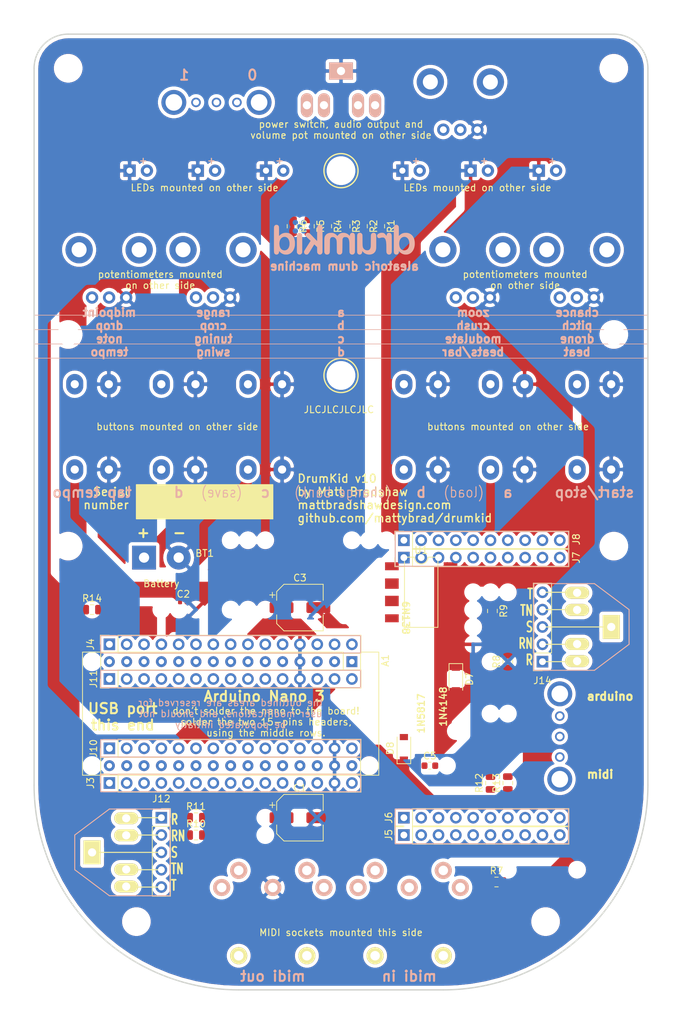
<source format=kicad_pcb>
(kicad_pcb (version 20171130) (host pcbnew "(5.1.5)-3")
  (layers (0 F.Cu signal) (31 B.Cu signal) (34 B.Paste user) (35 F.Paste user) (36 B.SilkS user hide) (37 F.SilkS user) (38 B.Mask user) (39 F.Mask user) (44 Edge.Cuts user))
  (net 0 "")
  (net 1 GND)
  (net 2 "Net-(J9-PadRN)")
  (net 3 "Net-(J9-PadTN)")
  (net 4 /ANALOG_3)
  (net 5 /ANALOG_1)
  (net 6 /ANALOG_2)
  (net 7 "Net-(R9-Pad2)")
  (net 8 /ANALOG_0)
  (net 9 "Net-(BT1-Pad1)")
  (net 10 "Net-(D5-Pad2)")
  (net 11 /DIGITAL_5)
  (net 12 "Net-(D6-Pad2)")
  (net 13 /DIGITAL_6)
  (net 14 /DIGITAL_9)
  (net 15 /DIGITAL_2)
  (net 16 "Net-(D2-Pad2)")
  (net 17 "Net-(D3-Pad2)")
  (net 18 /DIGITAL_3)
  (net 19 /DIGITAL_4)
  (net 20 "Net-(D4-Pad2)")
  (net 21 /DIGITAL_0)
  (net 22 /DIGITAL_10)
  (net 23 /DIGITAL_1)
  (net 24 /DIGITAL_11)
  (net 25 /DIGITAL_12)
  (net 26 /DIGITAL_13)
  (net 27 /DIGITAL_7)
  (net 28 /ANALOG_4)
  (net 29 /DIGITAL_8)
  (net 30 /ANALOG_5)
  (net 31 "Net-(J2-Pad4)")
  (net 32 "Net-(U1-Pad1)")
  (net 33 "Net-(D1-Pad2)")
  (net 34 "Net-(U1-Pad4)")
  (net 35 "Net-(J2-Pad1)")
  (net 36 "Net-(J2-Pad3)")
  (net 37 "Net-(D7-Pad2)")
  (net 38 "Net-(J9-PadR)")
  (net 39 VCC)
  (net 40 "Net-(J2-Pad5)")
  (net 41 "Net-(R8-Pad2)")
  (net 42 "Net-(J1-Pad4)")
  (net 43 "Net-(D7-Pad1)")
  (net 44 "Net-(J1-Pad1)")
  (net 45 "Net-(J1-Pad2)")
  (net 46 "Net-(J1-Pad3)")
  (net 47 "Net-(SW8-Pad3)")
  (net 48 /3V3)
  (net 49 /AREF)
  (net 50 /RESET)
  (net 51 /ANALOG_6)
  (net 52 /ANALOG_7)
  (net 53 +9V)
  (net 54 "Net-(D8-Pad2)")
  (net 55 "Net-(SW7-Pad3)")
  (net 56 "Net-(C5-Pad2)")
  (net 57 "Net-(C5-Pad1)")
  (net 58 "Net-(J9-PadT)")
  (net 59 "Net-(C2-Pad1)")
  (net 60 "Net-(J5-Pad10)")
  (net 61 "Net-(J5-Pad9)")
  (net 62 "Net-(J5-Pad8)")
  (net 63 "Net-(J5-Pad7)")
  (net 64 "Net-(J5-Pad6)")
  (net 65 "Net-(J5-Pad5)")
  (net 66 "Net-(J5-Pad4)")
  (net 67 "Net-(J5-Pad3)")
  (net 68 "Net-(J5-Pad2)")
  (net 69 "Net-(J5-Pad1)")
  (net 70 "Net-(J7-Pad10)")
  (net 71 "Net-(J7-Pad9)")
  (net 72 "Net-(J7-Pad8)")
  (net 73 "Net-(J7-Pad7)")
  (net 74 "Net-(J7-Pad6)")
  (net 75 "Net-(J7-Pad5)")
  (net 76 "Net-(J7-Pad4)")
  (net 77 "Net-(J7-Pad3)")
  (net 78 "Net-(J7-Pad2)")
  (net 79 "Net-(J7-Pad1)")
  (net 80 "Net-(J12-Pad5)")
  (net 81 "Net-(J12-Pad4)")
  (net 82 "Net-(J12-Pad3)")
  (net 83 "Net-(J12-Pad2)")
  (net 84 "Net-(J12-Pad1)")
  (net 85 "Net-(J14-Pad5)")
  (net 86 "Net-(J14-Pad4)")
  (net 87 "Net-(J14-Pad3)")
  (net 88 "Net-(J14-Pad2)")
  (net 89 "Net-(J14-Pad1)")
  (module Package_DIP:PowerIntegrations_SMD-8 (layer F.Cu) (at 111.76 111.76)
    (fp_text reference U1 (at 0 -6.14) (layer F.SilkS))
    (fp_text value 6N138)
    (pad 8 smd rect (at 4.3 -3.81) (size 2 1.17) (layers F.Cu F.Paste F.Mask) (net 39 VCC))
    (pad 7 smd rect (at 4.3 -1.27) (size 2 1.52) (layers F.Cu F.Paste F.Mask) (net 41 "Net-(R8-Pad2)"))
    (pad 5 smd rect (at 4.3 3.81) (size 2 1.17) (layers F.Cu F.Paste F.Mask) (net 1 GND))
    (pad 4 smd rect (at -4.3 3.81) (size 2 1.17) (layers F.Cu F.Paste F.Mask) (net 34 "Net-(U1-Pad4)"))
    (pad 3 smd rect (at -4.3 1.27) (size 2 1.52) (layers F.Cu F.Paste F.Mask) (net 37 "Net-(D7-Pad2)"))
    (pad 2 smd rect (at -4.3 -1.27) (size 2 1.52) (layers F.Cu F.Paste F.Mask) (net 43 "Net-(D7-Pad1)"))
    (pad 1 smd rect (at -4.3 -3.81) (size 2 1.17) (layers F.Cu F.Paste F.Mask) (net 32 "Net-(U1-Pad1)"))
    (pad 6 smd rect (at 4.3 1.27) (size 2 1.52) (layers F.Cu F.Paste F.Mask) (net 7 "Net-(R9-Pad2)"))
  )
  (module Resistor_SMD:R_0805_2012Metric (layer F.Cu) (at 63.5 114.3)
    (fp_text reference R14 (at 0 -1.65) (layer F.SilkS))
    (fp_text value 270)
    (pad 2 smd roundrect (at 0.9375 0) (size 0.975 1.4) (layers F.Cu F.Paste F.Mask) (net 14 /DIGITAL_9))
    (pad 1 smd roundrect (at -0.9375 0) (size 0.975 1.4) (layers F.Cu F.Paste F.Mask) (net 59 "Net-(C2-Pad1)"))
  )
  (module Resistor_SMD:R_0805_2012Metric (layer F.Cu) (at 124.46 139.7 90)
    (fp_text reference R13 (at 0 -1.65 90) (layer F.SilkS))
    (fp_text value 220)
    (pad 2 smd roundrect (at 0.9375 0 90) (size 0.975 1.4) (layers F.Cu F.Paste F.Mask) (net 56 "Net-(C5-Pad2)"))
    (pad 1 smd roundrect (at -0.9375 0 90) (size 0.975 1.4) (layers F.Cu F.Paste F.Mask) (net 38 "Net-(J9-PadR)"))
  )
  (module Resistor_SMD:R_0805_2012Metric (layer F.Cu) (at 121.92 139.7 90)
    (fp_text reference R12 (at 0 -1.65 90) (layer F.SilkS))
    (fp_text value 220)
    (pad 2 smd roundrect (at 0.9375 0 90) (size 0.975 1.4) (layers F.Cu F.Paste F.Mask) (net 56 "Net-(C5-Pad2)"))
    (pad 1 smd roundrect (at -0.9375 0 90) (size 0.975 1.4) (layers F.Cu F.Paste F.Mask) (net 58 "Net-(J9-PadT)"))
  )
  (module Resistor_SMD:R_0805_2012Metric (layer F.Cu) (at 78.74 144.78)
    (fp_text reference R11 (at 0 -1.65) (layer F.SilkS))
    (fp_text value 220)
    (pad 2 smd roundrect (at 0.9375 0) (size 0.975 1.4) (layers F.Cu F.Paste F.Mask) (net 39 VCC))
    (pad 1 smd roundrect (at -0.9375 0) (size 0.975 1.4) (layers F.Cu F.Paste F.Mask) (net 31 "Net-(J2-Pad4)"))
  )
  (module Resistor_SMD:R_0805_2012Metric (layer F.Cu) (at 78.74 147.32)
    (fp_text reference R10 (at 0 -1.65) (layer F.SilkS))
    (fp_text value 220)
    (pad 2 smd roundrect (at 0.9375 0) (size 0.975 1.4) (layers F.Cu F.Paste F.Mask) (net 23 /DIGITAL_1))
    (pad 1 smd roundrect (at -0.9375 0) (size 0.975 1.4) (layers F.Cu F.Paste F.Mask) (net 40 "Net-(J2-Pad5)"))
  )
  (module Resistor_SMD:R_0805_2012Metric (layer F.Cu) (at 122.2 114.5 270)
    (fp_text reference R9 (at 0 -1.65 90) (layer F.SilkS))
    (fp_text value 470)
    (pad 2 smd roundrect (at 0.9375 0 270) (size 0.975 1.4) (layers F.Cu F.Paste F.Mask) (net 7 "Net-(R9-Pad2)"))
    (pad 1 smd roundrect (at -0.9375 0 270) (size 0.975 1.4) (layers F.Cu F.Paste F.Mask) (net 39 VCC))
  )
  (module Resistor_SMD:R_0805_2012Metric (layer F.Cu) (at 124.46 121.92 90)
    (fp_text reference R8 (at 0 -1.65 90) (layer F.SilkS))
    (fp_text value 10k)
    (pad 2 smd roundrect (at 0.9375 0 90) (size 0.975 1.4) (layers F.Cu F.Paste F.Mask) (net 41 "Net-(R8-Pad2)"))
    (pad 1 smd roundrect (at -0.9375 0 90) (size 0.975 1.4) (layers F.Cu F.Paste F.Mask) (net 1 GND))
  )
  (module Resistor_SMD:R_0805_2012Metric (layer F.Cu) (at 122.8 154.2)
    (fp_text reference R7 (at 0 -1.65) (layer F.SilkS))
    (fp_text value 220)
    (pad 2 smd roundrect (at 0.9375 0) (size 0.975 1.4) (layers F.Cu F.Paste F.Mask) (net 42 "Net-(J1-Pad4)"))
    (pad 1 smd roundrect (at -0.9375 0) (size 0.975 1.4) (layers F.Cu F.Paste F.Mask) (net 43 "Net-(D7-Pad1)"))
  )
  (module Resistor_SMD:R_0805_2012Metric (layer F.Cu) (at 92.82 58.14 270)
    (fp_text reference R6 (at 0 -1.65 90) (layer F.SilkS))
    (fp_text value 680*)
    (pad 2 smd roundrect (at 0.9375 0 270) (size 0.975 1.4) (layers F.Cu F.Paste F.Mask) (net 26 /DIGITAL_13))
    (pad 1 smd roundrect (at -0.9375 0 270) (size 0.975 1.4) (layers F.Cu F.Paste F.Mask) (net 12 "Net-(D6-Pad2)"))
  )
  (module Resistor_SMD:R_0805_2012Metric (layer F.Cu) (at 95.36 58.14 270)
    (fp_text reference R5 (at 0 -1.65 90) (layer F.SilkS))
    (fp_text value 680*)
    (pad 2 smd roundrect (at 0.9375 0 270) (size 0.975 1.4) (layers F.Cu F.Paste F.Mask) (net 25 /DIGITAL_12))
    (pad 1 smd roundrect (at -0.9375 0 270) (size 0.975 1.4) (layers F.Cu F.Paste F.Mask) (net 10 "Net-(D5-Pad2)"))
  )
  (module Resistor_SMD:R_0805_2012Metric (layer F.Cu) (at 97.9 58.14 270)
    (fp_text reference R4 (at 0 -1.65 90) (layer F.SilkS))
    (fp_text value 680*)
    (pad 2 smd roundrect (at 0.9375 0 270) (size 0.975 1.4) (layers F.Cu F.Paste F.Mask) (net 24 /DIGITAL_11))
    (pad 1 smd roundrect (at -0.9375 0 270) (size 0.975 1.4) (layers F.Cu F.Paste F.Mask) (net 20 "Net-(D4-Pad2)"))
  )
  (module Resistor_SMD:R_0805_2012Metric (layer F.Cu) (at 100.6 58.14 270)
    (fp_text reference R3 (at 0 -1.65 90) (layer F.SilkS))
    (fp_text value 680*)
    (pad 2 smd roundrect (at 0.9375 0 270) (size 0.975 1.4) (layers F.Cu F.Paste F.Mask) (net 18 /DIGITAL_3))
    (pad 1 smd roundrect (at -0.9375 0 270) (size 0.975 1.4) (layers F.Cu F.Paste F.Mask) (net 17 "Net-(D3-Pad2)"))
  )
  (module Resistor_SMD:R_0805_2012Metric (layer F.Cu) (at 103.14 58.14 270)
    (fp_text reference R2 (at 0 -1.65 90) (layer F.SilkS))
    (fp_text value 680*)
    (pad 2 smd roundrect (at 0.9375 0 270) (size 0.975 1.4) (layers F.Cu F.Paste F.Mask) (net 15 /DIGITAL_2))
    (pad 1 smd roundrect (at -0.9375 0 270) (size 0.975 1.4) (layers F.Cu F.Paste F.Mask) (net 16 "Net-(D2-Pad2)"))
  )
  (module Resistor_SMD:R_0805_2012Metric (layer F.Cu) (at 105.68 58.14 270)
    (fp_text reference R1 (at 0 -1.65 90) (layer F.SilkS))
    (fp_text value 680*)
    (pad 2 smd roundrect (at 0.9375 0 270) (size 0.975 1.4) (layers F.Cu F.Paste F.Mask) (net 39 VCC))
    (pad 1 smd roundrect (at -0.9375 0 270) (size 0.975 1.4) (layers F.Cu F.Paste F.Mask) (net 33 "Net-(D1-Pad2)"))
  )
  (module Diode_SMD:D_SOD-123 (layer F.Cu) (at 109.22 134.62 90)
    (fp_text reference D8 (at 0 -2 90) (layer F.SilkS))
    (fp_text value 1N5817)
    (pad 2 smd rect (at 1.65 0 90) (size 0.9 1.2) (layers F.Cu F.Paste F.Mask) (net 54 "Net-(D8-Pad2)"))
    (pad 1 smd rect (at -1.65 0 90) (size 0.9 1.2) (layers F.Cu F.Paste F.Mask) (net 39 VCC))
  )
  (module Diode_SMD:D_SOD-123 (layer F.Cu) (at 116.84 124.46 270)
    (fp_text reference D7 (at 0 -2 90) (layer F.SilkS))
    (fp_text value 1N4148)
    (pad 2 smd rect (at 1.65 0 270) (size 0.9 1.2) (layers F.Cu F.Paste F.Mask) (net 37 "Net-(D7-Pad2)"))
    (pad 1 smd rect (at -1.65 0 270) (size 0.9 1.2) (layers F.Cu F.Paste F.Mask) (net 43 "Net-(D7-Pad1)"))
  )
  (module Capacitor_SMD:C_0603_1608Metric (layer F.Cu) (at 113.03 137.16)
    (fp_text reference C5 (at 0 -1.43) (layer F.SilkS))
    (fp_text value 22uF)
    (pad 2 smd roundrect (at 0.7875 0) (size 0.875 0.95) (layers F.Cu F.Paste F.Mask) (net 56 "Net-(C5-Pad2)"))
    (pad 1 smd roundrect (at -0.7875 0) (size 0.875 0.95) (layers F.Cu F.Paste F.Mask) (net 57 "Net-(C5-Pad1)"))
  )
  (module Capacitor_SMD:CP_Elec_6.3x7.7 (layer F.Cu) (at 93.98 114)
    (fp_text reference C3 (at 0 -4.35) (layer F.SilkS))
    (fp_text value 470uF)
    (pad 2 smd roundrect (at 2.7 0) (size 3.5 1.6) (layers F.Cu F.Paste F.Mask) (roundrect_rratio 0.15625) (net 1 GND))
    (pad 1 smd roundrect (at -2.7 0) (size 3.5 1.6) (layers F.Cu F.Paste F.Mask) (roundrect_rratio 0.15625) (net 39 VCC))
  )
  (module Capacitor_SMD:C_0402_1005Metric (layer F.Cu) (at 76.885 113.2)
    (fp_text reference C2 (at 0 -1.17) (layer F.SilkS))
    (fp_text value 100nF)
    (pad 2 smd roundrect (at 0.485 0) (size 0.59 0.64) (layers F.Cu F.Paste F.Mask) (net 1 GND))
    (pad 1 smd roundrect (at -0.485 0) (size 0.59 0.64) (layers F.Cu F.Paste F.Mask) (net 59 "Net-(C2-Pad1)"))
  )
  (module Capacitor_SMD:CP_Elec_6.3x7.7 (layer F.Cu) (at 93.98 144.78)
    (fp_text reference C1 (at 0 -4.35) (layer F.SilkS))
    (fp_text value 470uF)
    (pad 2 smd roundrect (at 2.7 0) (size 3.5 1.6) (layers F.Cu F.Paste F.Mask) (roundrect_rratio 0.15625) (net 1 GND))
    (pad 1 smd roundrect (at -2.7 0) (size 3.5 1.6) (layers F.Cu F.Paste F.Mask) (roundrect_rratio 0.15625) (net 39 VCC))
  )
  (module drumkidcustom:drumkid_logo (layer B.Cu) (at 100.5 59.75 180)
    (fp_text reference U2 hide)
    (fp_text value drumkid_logo hide)
    (fp_poly (pts (xy 6.064518 1.285522) (xy 6.147938 1.253561) (xy 6.22451 1.202703) (xy 6.249578 1.179961) (xy 6.297665 1.118814) (xy 6.328415 1.046196) (xy 6.342439 0.960463) (xy 6.343507 0.927653) (xy 6.342058 0.877635) (xy 6.337908 0.830169) (xy 6.331886 0.79411) (xy 6.330503 0.788956) (xy 6.297309 0.71442) (xy 6.246988 0.650372) (xy 6.182627 0.598396) (xy 6.107312 0.560082) (xy 6.024132 0.537015) (xy 5.936172 0.530782) (xy 5.850238 0.542077) (xy 5.774971 0.569302) (xy 5.705435 0.612279) (xy 5.646091 0.667154) (xy 5.6014 0.730072) (xy 5.582275 0.7736) (xy 5.56706 0.843584) (xy 5.562922 0.921986) (xy 5.569886 0.998663) (xy 5.581585 1.046498) (xy 5.608691 1.102666) (xy 5.651621 1.160029) (xy 5.655853 1.164726) (xy 5.725876 1.226027) (xy 5.80493 1.268838) (xy 5.889838 1.293079) (xy 5.977426 1.298667) (xy 6.064518 1.285522)) (layer B.Cu) (width 0.01))
    (fp_poly (pts (xy 7.200348 1.295919) (xy 7.298538 1.285859) (xy 7.38484 1.257859) (xy 7.458448 1.212297) (xy 7.518551 1.149553) (xy 7.521526 1.145503) (xy 7.559479 1.075724) (xy 7.581318 0.996834) (xy 7.587462 0.913389) (xy 7.578329 0.829942) (xy 7.554335 0.751048) (xy 7.5159 0.681261) (xy 7.474671 0.63472) (xy 7.401777 0.583239) (xy 7.318369 0.548968) (xy 7.228732 0.532724) (xy 7.137152 0.535322) (xy 7.055452 0.554853) (xy 6.969425 0.594811) (xy 6.901096 0.647933) (xy 6.850701 0.713855) (xy 6.818476 0.792218) (xy 6.804657 0.88266) (xy 6.805051 0.938545) (xy 6.820119 1.029292) (xy 6.854122 1.108683) (xy 6.906995 1.176627) (xy 6.978674 1.233031) (xy 7.032479 1.262143) (xy 7.073123 1.279886) (xy 7.106903 1.29022) (xy 7.142923 1.294978) (xy 7.190286 1.29599) (xy 7.200348 1.295919)) (layer B.Cu) (width 0.01))
    (fp_poly (pts (xy 6.670269 1.908796) (xy 6.699273 1.900982) (xy 6.78739 1.863868) (xy 6.858459 1.812843) (xy 6.912076 1.748515) (xy 6.947839 1.671496) (xy 6.965342 1.582392) (xy 6.965685 1.499304) (xy 6.949101 1.411357) (xy 6.913786 1.331958) (xy 6.861796 1.26387) (xy 6.795188 1.209855) (xy 6.724799 1.175685) (xy 6.669011 1.161862) (xy 6.602407 1.154313) (xy 6.535541 1.153728) (xy 6.483073 1.159889) (xy 6.398354 1.187818) (xy 6.323714 1.23262) (xy 6.262282 1.291725) (xy 6.217185 1.362564) (xy 6.206878 1.386854) (xy 6.18975 1.454923) (xy 6.184334 1.531271) (xy 6.190309 1.607998) (xy 6.207349 1.677205) (xy 6.219989 1.706661) (xy 6.269398 1.779604) (xy 6.333621 1.838694) (xy 6.409237 1.882543) (xy 6.49283 1.909768) (xy 6.58098 1.918981) (xy 6.670269 1.908796)) (layer B.Cu) (width 0.01))
    (fp_poly (pts (xy 6.011188 2.533848) (xy 6.0494 2.531092) (xy 6.079643 2.524915) (xy 6.108969 2.514018) (xy 6.134511 2.502015) (xy 6.212931 2.454232) (xy 6.272181 2.396617) (xy 6.313154 2.327706) (xy 6.336744 2.246034) (xy 6.34386 2.159) (xy 6.33934 2.077423) (xy 6.32344 2.010215) (xy 6.293985 1.951668) (xy 6.248803 1.896074) (xy 6.240477 1.887579) (xy 6.168491 1.830698) (xy 6.086207 1.792618) (xy 5.995997 1.774052) (xy 5.900232 1.775709) (xy 5.877997 1.77897) (xy 5.80012 1.800799) (xy 5.72757 1.837198) (xy 5.665078 1.884905) (xy 5.617374 1.940657) (xy 5.600716 1.970171) (xy 5.573734 2.049627) (xy 5.562406 2.135612) (xy 5.566734 2.221711) (xy 5.586717 2.301507) (xy 5.600673 2.333369) (xy 5.634777 2.383302) (xy 5.684057 2.4334) (xy 5.742383 2.478017) (xy 5.784238 2.502423) (xy 5.816058 2.517472) (xy 5.843981 2.526928) (xy 5.874903 2.532062) (xy 5.91572 2.534149) (xy 5.957957 2.534479) (xy 6.011188 2.533848)) (layer B.Cu) (width 0.01))
    (fp_poly (pts (xy 7.253381 2.533657) (xy 7.292166 2.530234) (xy 7.32451 2.522774) (xy 7.358222 2.50984) (xy 7.374741 2.502395) (xy 7.445651 2.45954) (xy 7.505572 2.403243) (xy 7.55036 2.33798) (xy 7.569735 2.291796) (xy 7.583067 2.226555) (xy 7.586616 2.152983) (xy 7.580791 2.079178) (xy 7.566004 2.013237) (xy 7.554075 1.982998) (xy 7.507131 1.910713) (xy 7.44373 1.851572) (xy 7.366372 1.807387) (xy 7.277557 1.779969) (xy 7.272419 1.778988) (xy 7.232602 1.772041) (xy 7.203667 1.769075) (xy 7.176182 1.770064) (xy 7.140715 1.774979) (xy 7.119184 1.778541) (xy 7.035434 1.802626) (xy 6.958924 1.844013) (xy 6.893847 1.89968) (xy 6.844395 1.966605) (xy 6.835915 1.982771) (xy 6.822997 2.012691) (xy 6.814926 2.042427) (xy 6.810604 2.078673) (xy 6.808929 2.128124) (xy 6.808773 2.147957) (xy 6.809194 2.20137) (xy 6.811799 2.239623) (xy 6.817791 2.269622) (xy 6.828375 2.298273) (xy 6.8389 2.320694) (xy 6.884642 2.390565) (xy 6.947317 2.451826) (xy 7.022149 2.499934) (xy 7.032762 2.505099) (xy 7.066778 2.519577) (xy 7.098155 2.528412) (xy 7.1344 2.532921) (xy 7.183025 2.534419) (xy 7.200348 2.534479) (xy 7.253381 2.533657)) (layer B.Cu) (width 0.01))
  )
  (module Connector_PinHeader_2.54mm:PinHeader_1x15_P2.54mm_Vertical (layer F.Cu) (at 66.04 124.46 90)
    (fp_text reference J11 (at 0 -2.33 90) (layer F.SilkS))
    (fp_text value Conn_01x15)
    (pad 15 thru_hole oval (at 0 35.56 90) (size 1.7 1.7) (drill 1) (layers *.Cu *.Mask) (net 23 /DIGITAL_1))
    (pad 14 thru_hole oval (at 0 33.02 90) (size 1.7 1.7) (drill 1) (layers *.Cu *.Mask) (net 21 /DIGITAL_0))
    (pad 13 thru_hole oval (at 0 30.48 90) (size 1.7 1.7) (drill 1) (layers *.Cu *.Mask) (net 50 /RESET))
    (pad 12 thru_hole oval (at 0 27.94 90) (size 1.7 1.7) (drill 1) (layers *.Cu *.Mask) (net 1 GND))
    (pad 11 thru_hole oval (at 0 25.4 90) (size 1.7 1.7) (drill 1) (layers *.Cu *.Mask) (net 15 /DIGITAL_2))
    (pad 10 thru_hole oval (at 0 22.86 90) (size 1.7 1.7) (drill 1) (layers *.Cu *.Mask) (net 18 /DIGITAL_3))
    (pad 9 thru_hole oval (at 0 20.32 90) (size 1.7 1.7) (drill 1) (layers *.Cu *.Mask) (net 19 /DIGITAL_4))
    (pad 8 thru_hole oval (at 0 17.78 90) (size 1.7 1.7) (drill 1) (layers *.Cu *.Mask) (net 11 /DIGITAL_5))
    (pad 7 thru_hole oval (at 0 15.24 90) (size 1.7 1.7) (drill 1) (layers *.Cu *.Mask) (net 13 /DIGITAL_6))
    (pad 6 thru_hole oval (at 0 12.7 90) (size 1.7 1.7) (drill 1) (layers *.Cu *.Mask) (net 27 /DIGITAL_7))
    (pad 5 thru_hole oval (at 0 10.16 90) (size 1.7 1.7) (drill 1) (layers *.Cu *.Mask) (net 29 /DIGITAL_8))
    (pad 4 thru_hole oval (at 0 7.62 90) (size 1.7 1.7) (drill 1) (layers *.Cu *.Mask) (net 14 /DIGITAL_9))
    (pad 3 thru_hole oval (at 0 5.08 90) (size 1.7 1.7) (drill 1) (layers *.Cu *.Mask) (net 22 /DIGITAL_10))
    (pad 2 thru_hole oval (at 0 2.54 90) (size 1.7 1.7) (drill 1) (layers *.Cu *.Mask) (net 24 /DIGITAL_11))
    (pad 1 thru_hole rect (at 0 0 90) (size 1.7 1.7) (drill 1) (layers *.Cu *.Mask) (net 25 /DIGITAL_12))
  )
  (module Connector_PinHeader_2.54mm:PinHeader_1x15_P2.54mm_Vertical (layer F.Cu) (at 66.04 134.62 90)
    (fp_text reference J10 (at 0 -2.33 90) (layer F.SilkS))
    (fp_text value Conn_01x15)
    (pad 15 thru_hole oval (at 0 35.56 90) (size 1.7 1.7) (drill 1) (layers *.Cu *.Mask) (net 53 +9V))
    (pad 14 thru_hole oval (at 0 33.02 90) (size 1.7 1.7) (drill 1) (layers *.Cu *.Mask) (net 1 GND))
    (pad 13 thru_hole oval (at 0 30.48 90) (size 1.7 1.7) (drill 1) (layers *.Cu *.Mask) (net 50 /RESET))
    (pad 12 thru_hole oval (at 0 27.94 90) (size 1.7 1.7) (drill 1) (layers *.Cu *.Mask) (net 39 VCC))
    (pad 11 thru_hole oval (at 0 25.4 90) (size 1.7 1.7) (drill 1) (layers *.Cu *.Mask) (net 52 /ANALOG_7))
    (pad 10 thru_hole oval (at 0 22.86 90) (size 1.7 1.7) (drill 1) (layers *.Cu *.Mask) (net 51 /ANALOG_6))
    (pad 9 thru_hole oval (at 0 20.32 90) (size 1.7 1.7) (drill 1) (layers *.Cu *.Mask) (net 30 /ANALOG_5))
    (pad 8 thru_hole oval (at 0 17.78 90) (size 1.7 1.7) (drill 1) (layers *.Cu *.Mask) (net 28 /ANALOG_4))
    (pad 7 thru_hole oval (at 0 15.24 90) (size 1.7 1.7) (drill 1) (layers *.Cu *.Mask) (net 4 /ANALOG_3))
    (pad 6 thru_hole oval (at 0 12.7 90) (size 1.7 1.7) (drill 1) (layers *.Cu *.Mask) (net 6 /ANALOG_2))
    (pad 5 thru_hole oval (at 0 10.16 90) (size 1.7 1.7) (drill 1) (layers *.Cu *.Mask) (net 5 /ANALOG_1))
    (pad 4 thru_hole oval (at 0 7.62 90) (size 1.7 1.7) (drill 1) (layers *.Cu *.Mask) (net 8 /ANALOG_0))
    (pad 3 thru_hole oval (at 0 5.08 90) (size 1.7 1.7) (drill 1) (layers *.Cu *.Mask) (net 49 /AREF))
    (pad 2 thru_hole oval (at 0 2.54 90) (size 1.7 1.7) (drill 1) (layers *.Cu *.Mask) (net 48 /3V3))
    (pad 1 thru_hole rect (at 0 0 90) (size 1.7 1.7) (drill 1) (layers *.Cu *.Mask) (net 26 /DIGITAL_13))
  )
  (module Connector_PinHeader_2.54mm:PinHeader_1x10_P2.54mm_Vertical (layer F.Cu) (at 109.22 106.68 90)
    (fp_text reference J7 (at 0 25.28 90) (layer F.SilkS))
    (fp_text value Conn_01x10)
    (pad 10 thru_hole oval (at 0 22.86 90) (size 1.7 1.7) (drill 1) (layers *.Cu *.Mask) (net 70 "Net-(J7-Pad10)"))
    (pad 9 thru_hole oval (at 0 20.32 90) (size 1.7 1.7) (drill 1) (layers *.Cu *.Mask) (net 71 "Net-(J7-Pad9)"))
    (pad 8 thru_hole oval (at 0 17.78 90) (size 1.7 1.7) (drill 1) (layers *.Cu *.Mask) (net 72 "Net-(J7-Pad8)"))
    (pad 7 thru_hole oval (at 0 15.24 90) (size 1.7 1.7) (drill 1) (layers *.Cu *.Mask) (net 73 "Net-(J7-Pad7)"))
    (pad 6 thru_hole oval (at 0 12.7 90) (size 1.7 1.7) (drill 1) (layers *.Cu *.Mask) (net 74 "Net-(J7-Pad6)"))
    (pad 5 thru_hole oval (at 0 10.16 90) (size 1.7 1.7) (drill 1) (layers *.Cu *.Mask) (net 75 "Net-(J7-Pad5)"))
    (pad 4 thru_hole oval (at 0 7.62 90) (size 1.7 1.7) (drill 1) (layers *.Cu *.Mask) (net 76 "Net-(J7-Pad4)"))
    (pad 3 thru_hole oval (at 0 5.08 90) (size 1.7 1.7) (drill 1) (layers *.Cu *.Mask) (net 77 "Net-(J7-Pad3)"))
    (pad 2 thru_hole oval (at 0 2.54 90) (size 1.7 1.7) (drill 1) (layers *.Cu *.Mask) (net 78 "Net-(J7-Pad2)"))
    (pad 1 thru_hole rect (at 0 0 90) (size 1.7 1.7) (drill 1) (layers *.Cu *.Mask) (net 79 "Net-(J7-Pad1)"))
  )
  (module Connector_PinHeader_2.54mm:PinHeader_1x10_P2.54mm_Vertical (layer F.Cu) (at 109.22 144.78 90)
    (fp_text reference J6 (at 0 -2.22 90) (layer F.SilkS))
    (fp_text value Conn_01x10)
    (pad 10 thru_hole oval (at 0 22.86 90) (size 1.7 1.7) (drill 1) (layers *.Cu *.Mask) (net 60 "Net-(J5-Pad10)"))
    (pad 9 thru_hole oval (at 0 20.32 90) (size 1.7 1.7) (drill 1) (layers *.Cu *.Mask) (net 61 "Net-(J5-Pad9)"))
    (pad 8 thru_hole oval (at 0 17.78 90) (size 1.7 1.7) (drill 1) (layers *.Cu *.Mask) (net 62 "Net-(J5-Pad8)"))
    (pad 7 thru_hole oval (at 0 15.24 90) (size 1.7 1.7) (drill 1) (layers *.Cu *.Mask) (net 63 "Net-(J5-Pad7)"))
    (pad 6 thru_hole oval (at 0 12.7 90) (size 1.7 1.7) (drill 1) (layers *.Cu *.Mask) (net 64 "Net-(J5-Pad6)"))
    (pad 5 thru_hole oval (at 0 10.16 90) (size 1.7 1.7) (drill 1) (layers *.Cu *.Mask) (net 65 "Net-(J5-Pad5)"))
    (pad 4 thru_hole oval (at 0 7.62 90) (size 1.7 1.7) (drill 1) (layers *.Cu *.Mask) (net 66 "Net-(J5-Pad4)"))
    (pad 3 thru_hole oval (at 0 5.08 90) (size 1.7 1.7) (drill 1) (layers *.Cu *.Mask) (net 67 "Net-(J5-Pad3)"))
    (pad 2 thru_hole oval (at 0 2.54 90) (size 1.7 1.7) (drill 1) (layers *.Cu *.Mask) (net 68 "Net-(J5-Pad2)"))
    (pad 1 thru_hole rect (at 0 0 90) (size 1.7 1.7) (drill 1) (layers *.Cu *.Mask) (net 69 "Net-(J5-Pad1)"))
  )
  (module drumkidcustom:Tayda_3.5mm_stereo_TRS_jack_A-853 (layer F.Cu) (at 65.096 149.86 90)
    (fp_text reference J13)
    (fp_text value AudioJack3_Ground_Switch)
    (pad R thru_hole oval (at 5 3.41 90) (size 1.75 3.5) (drill 1.2) (layers *.Cu *.Mask F.SilkS) (net 84 "Net-(J12-Pad1)"))
    (pad T thru_hole oval (at -5 3.41 90) (size 1.75 3.5) (drill 1.2) (layers *.Cu *.Mask F.SilkS) (net 80 "Net-(J12-Pad5)"))
    (pad RN thru_hole oval (at 2.5 3.41 90) (size 1.75 3.5) (drill 1.2) (layers *.Cu *.Mask F.SilkS) (net 83 "Net-(J12-Pad2)"))
    (pad TN thru_hole oval (at -2.5 3.41 90) (size 1.75 3.5) (drill 1.2) (layers *.Cu *.Mask F.SilkS) (net 81 "Net-(J12-Pad4)"))
    (pad S thru_hole rect (at 0 -1.596 90) (size 3.5 2.5) (drill 1.2) (layers *.Cu *.Mask F.SilkS) (net 82 "Net-(J12-Pad3)"))
  )
  (module Connector_PinSocket_2.54mm:PinSocket_1x05_P2.54mm_Vertical (layer F.Cu) (at 73.66 144.78)
    (fp_text reference J12 (at 0 -2.77) (layer F.SilkS))
    (fp_text value Conn_01x05)
    (pad 5 thru_hole oval (at 0 10.16) (size 1.7 1.7) (drill 1) (layers *.Cu *.Mask) (net 80 "Net-(J12-Pad5)"))
    (pad 4 thru_hole oval (at 0 7.62) (size 1.7 1.7) (drill 1) (layers *.Cu *.Mask) (net 81 "Net-(J12-Pad4)"))
    (pad 3 thru_hole oval (at 0 5.08) (size 1.7 1.7) (drill 1) (layers *.Cu *.Mask) (net 82 "Net-(J12-Pad3)"))
    (pad 2 thru_hole oval (at 0 2.54) (size 1.7 1.7) (drill 1) (layers *.Cu *.Mask) (net 83 "Net-(J12-Pad2)"))
    (pad 1 thru_hole rect (at 0 0) (size 1.7 1.7) (drill 1) (layers *.Cu *.Mask) (net 84 "Net-(J12-Pad1)"))
  )
  (module drumkidcustom:Tayda_3.5mm_stereo_TRS_jack_A-853 (layer F.Cu) (at 138.03 116.84 270)
    (fp_text reference J15)
    (fp_text value AudioJack3_Ground_Switch)
    (pad R thru_hole oval (at 5 3.41 270) (size 1.75 3.5) (drill 1.2) (layers *.Cu *.Mask F.SilkS) (net 89 "Net-(J14-Pad1)"))
    (pad T thru_hole oval (at -5 3.41 270) (size 1.75 3.5) (drill 1.2) (layers *.Cu *.Mask F.SilkS) (net 85 "Net-(J14-Pad5)"))
    (pad RN thru_hole oval (at 2.5 3.41 270) (size 1.75 3.5) (drill 1.2) (layers *.Cu *.Mask F.SilkS) (net 88 "Net-(J14-Pad2)"))
    (pad TN thru_hole oval (at -2.5 3.41 270) (size 1.75 3.5) (drill 1.2) (layers *.Cu *.Mask F.SilkS) (net 86 "Net-(J14-Pad4)"))
    (pad S thru_hole rect (at 0 -1.596 270) (size 3.5 2.5) (drill 1.2) (layers *.Cu *.Mask F.SilkS) (net 87 "Net-(J14-Pad3)"))
  )
  (module Connector_PinSocket_2.54mm:PinSocket_1x05_P2.54mm_Vertical (layer F.Cu) (at 129.54 121.92 180)
    (fp_text reference J14 (at 0 -2.77) (layer F.SilkS))
    (fp_text value Conn_01x05)
    (pad 5 thru_hole oval (at 0 10.16 180) (size 1.7 1.7) (drill 1) (layers *.Cu *.Mask) (net 85 "Net-(J14-Pad5)"))
    (pad 4 thru_hole oval (at 0 7.62 180) (size 1.7 1.7) (drill 1) (layers *.Cu *.Mask) (net 86 "Net-(J14-Pad4)"))
    (pad 3 thru_hole oval (at 0 5.08 180) (size 1.7 1.7) (drill 1) (layers *.Cu *.Mask) (net 87 "Net-(J14-Pad3)"))
    (pad 2 thru_hole oval (at 0 2.54 180) (size 1.7 1.7) (drill 1) (layers *.Cu *.Mask) (net 88 "Net-(J14-Pad2)"))
    (pad 1 thru_hole rect (at 0 0 180) (size 1.7 1.7) (drill 1) (layers *.Cu *.Mask) (net 89 "Net-(J14-Pad1)"))
  )
  (module drumkidcustom:EG1206 (layer F.Cu) (at 132.08 135.89 90)
    (fp_text reference SW8)
    (fp_text value SW_SPDT hide)
    (pad MH2 thru_hole circle (at 9.25 0 90) (size 3.653 3.653) (drill 2.4352) (layers *.Cu *.Mask))
    (pad MH1 thru_hole circle (at -3.25 0 90) (size 3.653 3.653) (drill 2.4352) (layers *.Cu *.Mask))
    (pad 3 thru_hole circle (at 6 0 90) (size 1.4 1.4) (drill 0.9) (layers *.Cu *.Mask) (net 47 "Net-(SW8-Pad3)"))
    (pad 2 thru_hole circle (at 3 0 90) (size 1.4 1.4) (drill 0.9) (layers *.Cu *.Mask) (net 7 "Net-(R9-Pad2)"))
    (pad 1 thru_hole circle (at 0 0 90) (size 1.4 1.4) (drill 0.9) (layers *.Cu *.Mask) (net 21 /DIGITAL_0))
  )
  (module drumkidcustom:MountingHole_3.2mm_M3 (layer B.Cu) (at 60 74)
    (fp_text reference H9)
    (fp_text value MountingHole)
    (pad 1 np_thru_hole circle (at 0 0) (size 3.2 3.2) (drill 3.2) (layers *.Cu *.Mask))
  )
  (module drumkidcustom:MountingHole_3.2mm_M3 (layer B.Cu) (at 140 74)
    (fp_text reference H10)
    (fp_text value MountingHole)
    (pad 1 np_thru_hole circle (at 0 0) (size 3.2 3.2) (drill 3.2) (layers *.Cu *.Mask))
  )
  (module drumkidcustom:LED_D5.0mm (layer B.Cu) (at 129 50)
    (fp_text reference D1)
    (fp_text value LED)
    (pad 1 thru_hole rect (at 0 0) (size 1.8 1.8) (drill 0.9) (layers *.Cu *.Mask) (net 1 GND))
    (pad 2 thru_hole circle (at 2.54 0) (size 1.8 1.8) (drill 0.9) (layers *.Cu *.Mask) (net 33 "Net-(D1-Pad2)"))
  )
  (module drumkidcustom:LED_D5.0mm (layer B.Cu) (at 69 50)
    (fp_text reference D6)
    (fp_text value LED)
    (pad 1 thru_hole rect (at 0 0) (size 1.8 1.8) (drill 0.9) (layers *.Cu *.Mask) (net 1 GND))
    (pad 2 thru_hole circle (at 2.54 0) (size 1.8 1.8) (drill 0.9) (layers *.Cu *.Mask) (net 12 "Net-(D6-Pad2)"))
  )
  (module drumkidcustom:MountingHole_3.2mm_M3 (layer F.Cu) (at 130 160)
    (fp_text reference H4)
    (fp_text value MountingHole)
    (pad 1 np_thru_hole circle (at 0 0) (size 3.2 3.2) (drill 3.2) (layers *.Cu *.Mask))
  )
  (module drumkidcustom:SW_PUSH-12mm_Wuerth-430476085716 (layer B.Cu) (at 121.92 81.28 270)
    (fp_text reference SW2)
    (fp_text value SW_Push)
    (pad 1 thru_hole oval (at 12.5 0 270) (size 3 2.5) (drill 1.2) (layers *.Cu *.Mask) (net 11 /DIGITAL_5))
    (pad 2 thru_hole oval (at 12.5 -5 270) (size 3 2.5) (drill 1.2) (layers *.Cu *.Mask) (net 1 GND))
    (pad 1 thru_hole oval (at 0 0 270) (size 3 2.5) (drill 1.2) (layers *.Cu *.Mask) (net 11 /DIGITAL_5))
    (pad 2 thru_hole oval (at 0 -5 270) (size 3 2.5) (drill 1.2) (layers *.Cu *.Mask) (net 1 GND))
  )
  (module drumkidcustom:SW_PUSH-12mm_Wuerth-430476085716 (layer B.Cu) (at 60.96 81.28 270)
    (fp_text reference SW6)
    (fp_text value SW_Push)
    (pad 1 thru_hole oval (at 12.5 0 270) (size 3 2.5) (drill 1.2) (layers *.Cu *.Mask) (net 22 /DIGITAL_10))
    (pad 2 thru_hole oval (at 12.5 -5 270) (size 3 2.5) (drill 1.2) (layers *.Cu *.Mask) (net 1 GND))
    (pad 1 thru_hole oval (at 0 0 270) (size 3 2.5) (drill 1.2) (layers *.Cu *.Mask) (net 22 /DIGITAL_10))
    (pad 2 thru_hole oval (at 0 -5 270) (size 3 2.5) (drill 1.2) (layers *.Cu *.Mask) (net 1 GND))
  )
  (module drumkidcustom:LED_D5.0mm (layer B.Cu) (at 119 50)
    (fp_text reference D2)
    (fp_text value LED)
    (pad 1 thru_hole rect (at 0 0) (size 1.8 1.8) (drill 0.9) (layers *.Cu *.Mask) (net 1 GND))
    (pad 2 thru_hole circle (at 2.54 0) (size 1.8 1.8) (drill 0.9) (layers *.Cu *.Mask) (net 16 "Net-(D2-Pad2)"))
  )
  (module Connector_PinSocket_2.54mm:PinSocket_1x15_P2.54mm_Vertical (layer F.Cu) (at 66.04 139.7 90)
    (fp_text reference J3 (at 0 -2.77 90) (layer F.SilkS))
    (fp_text value Conn_01x15)
    (pad 15 thru_hole oval (at 0 35.56 90) (size 1.7 1.7) (drill 1) (layers *.Cu *.Mask) (net 53 +9V))
    (pad 14 thru_hole oval (at 0 33.02 90) (size 1.7 1.7) (drill 1) (layers *.Cu *.Mask) (net 1 GND))
    (pad 13 thru_hole oval (at 0 30.48 90) (size 1.7 1.7) (drill 1) (layers *.Cu *.Mask) (net 50 /RESET))
    (pad 12 thru_hole oval (at 0 27.94 90) (size 1.7 1.7) (drill 1) (layers *.Cu *.Mask) (net 39 VCC))
    (pad 11 thru_hole oval (at 0 25.4 90) (size 1.7 1.7) (drill 1) (layers *.Cu *.Mask) (net 52 /ANALOG_7))
    (pad 10 thru_hole oval (at 0 22.86 90) (size 1.7 1.7) (drill 1) (layers *.Cu *.Mask) (net 51 /ANALOG_6))
    (pad 9 thru_hole oval (at 0 20.32 90) (size 1.7 1.7) (drill 1) (layers *.Cu *.Mask) (net 30 /ANALOG_5))
    (pad 8 thru_hole oval (at 0 17.78 90) (size 1.7 1.7) (drill 1) (layers *.Cu *.Mask) (net 28 /ANALOG_4))
    (pad 7 thru_hole oval (at 0 15.24 90) (size 1.7 1.7) (drill 1) (layers *.Cu *.Mask) (net 4 /ANALOG_3))
    (pad 6 thru_hole oval (at 0 12.7 90) (size 1.7 1.7) (drill 1) (layers *.Cu *.Mask) (net 6 /ANALOG_2))
    (pad 5 thru_hole oval (at 0 10.16 90) (size 1.7 1.7) (drill 1) (layers *.Cu *.Mask) (net 5 /ANALOG_1))
    (pad 4 thru_hole oval (at 0 7.62 90) (size 1.7 1.7) (drill 1) (layers *.Cu *.Mask) (net 8 /ANALOG_0))
    (pad 3 thru_hole oval (at 0 5.08 90) (size 1.7 1.7) (drill 1) (layers *.Cu *.Mask) (net 49 /AREF))
    (pad 2 thru_hole oval (at 0 2.54 90) (size 1.7 1.7) (drill 1) (layers *.Cu *.Mask) (net 48 /3V3))
    (pad 1 thru_hole rect (at 0 0 90) (size 1.7 1.7) (drill 1) (layers *.Cu *.Mask) (net 26 /DIGITAL_13))
  )
  (module drumkidcustom:LED_D5.0mm (layer B.Cu) (at 89 50)
    (fp_text reference D4)
    (fp_text value LED)
    (pad 2 thru_hole circle (at 2.54 0) (size 1.8 1.8) (drill 0.9) (layers *.Cu *.Mask) (net 20 "Net-(D4-Pad2)"))
    (pad 1 thru_hole rect (at 0 0) (size 1.8 1.8) (drill 0.9) (layers *.Cu *.Mask) (net 1 GND))
  )
  (module drumkidcustom:LED_D5.0mm (layer B.Cu) (at 109 50)
    (fp_text reference D3)
    (fp_text value LED)
    (pad 2 thru_hole circle (at 2.54 0) (size 1.8 1.8) (drill 0.9) (layers *.Cu *.Mask) (net 17 "Net-(D3-Pad2)"))
    (pad 1 thru_hole rect (at 0 0) (size 1.8 1.8) (drill 0.9) (layers *.Cu *.Mask) (net 1 GND))
  )
  (module Module:Arduino_Nano_WithMountingHoles (layer F.Cu) (at 101.6 121.92 270)
    (fp_text reference A1 (at -0.17 -4.9 270) (layer F.SilkS))
    (fp_text value Arduino_Nano_v3.x)
    (pad "" np_thru_hole circle (at 0 38.1 270) (size 1.78 1.78) (drill 1.78) (layers *.Cu *.Mask))
    (pad "" np_thru_hole circle (at 15.24 38.1 270) (size 1.78 1.78) (drill 1.78) (layers *.Cu *.Mask))
    (pad "" np_thru_hole circle (at 15.24 -2.54 270) (size 1.78 1.78) (drill 1.78) (layers *.Cu *.Mask))
    (pad "" np_thru_hole circle (at 0 -2.54 270) (size 1.78 1.78) (drill 1.78) (layers *.Cu *.Mask))
    (pad 16 thru_hole oval (at 15.24 35.56 270) (size 1.6 1.6) (drill 0.8) (layers *.Cu *.Mask) (net 26 /DIGITAL_13))
    (pad 15 thru_hole oval (at 0 35.56 270) (size 1.6 1.6) (drill 0.8) (layers *.Cu *.Mask) (net 25 /DIGITAL_12))
    (pad 30 thru_hole oval (at 15.24 0 270) (size 1.6 1.6) (drill 0.8) (layers *.Cu *.Mask) (net 53 +9V))
    (pad 14 thru_hole oval (at 0 33.02 270) (size 1.6 1.6) (drill 0.8) (layers *.Cu *.Mask) (net 24 /DIGITAL_11))
    (pad 29 thru_hole oval (at 15.24 2.54 270) (size 1.6 1.6) (drill 0.8) (layers *.Cu *.Mask) (net 1 GND))
    (pad 13 thru_hole oval (at 0 30.48 270) (size 1.6 1.6) (drill 0.8) (layers *.Cu *.Mask) (net 22 /DIGITAL_10))
    (pad 28 thru_hole oval (at 15.24 5.08 270) (size 1.6 1.6) (drill 0.8) (layers *.Cu *.Mask) (net 50 /RESET))
    (pad 12 thru_hole oval (at 0 27.94 270) (size 1.6 1.6) (drill 0.8) (layers *.Cu *.Mask) (net 14 /DIGITAL_9))
    (pad 27 thru_hole oval (at 15.24 7.62 270) (size 1.6 1.6) (drill 0.8) (layers *.Cu *.Mask) (net 39 VCC))
    (pad 11 thru_hole oval (at 0 25.4 270) (size 1.6 1.6) (drill 0.8) (layers *.Cu *.Mask) (net 29 /DIGITAL_8))
    (pad 26 thru_hole oval (at 15.24 10.16 270) (size 1.6 1.6) (drill 0.8) (layers *.Cu *.Mask) (net 52 /ANALOG_7))
    (pad 10 thru_hole oval (at 0 22.86 270) (size 1.6 1.6) (drill 0.8) (layers *.Cu *.Mask) (net 27 /DIGITAL_7))
    (pad 25 thru_hole oval (at 15.24 12.7 270) (size 1.6 1.6) (drill 0.8) (layers *.Cu *.Mask) (net 51 /ANALOG_6))
    (pad 9 thru_hole oval (at 0 20.32 270) (size 1.6 1.6) (drill 0.8) (layers *.Cu *.Mask) (net 13 /DIGITAL_6))
    (pad 24 thru_hole oval (at 15.24 15.24 270) (size 1.6 1.6) (drill 0.8) (layers *.Cu *.Mask) (net 30 /ANALOG_5))
    (pad 8 thru_hole oval (at 0 17.78 270) (size 1.6 1.6) (drill 0.8) (layers *.Cu *.Mask) (net 11 /DIGITAL_5))
    (pad 23 thru_hole oval (at 15.24 17.78 270) (size 1.6 1.6) (drill 0.8) (layers *.Cu *.Mask) (net 28 /ANALOG_4))
    (pad 7 thru_hole oval (at 0 15.24 270) (size 1.6 1.6) (drill 0.8) (layers *.Cu *.Mask) (net 19 /DIGITAL_4))
    (pad 22 thru_hole oval (at 15.24 20.32 270) (size 1.6 1.6) (drill 0.8) (layers *.Cu *.Mask) (net 4 /ANALOG_3))
    (pad 6 thru_hole oval (at 0 12.7 270) (size 1.6 1.6) (drill 0.8) (layers *.Cu *.Mask) (net 18 /DIGITAL_3))
    (pad 21 thru_hole oval (at 15.24 22.86 270) (size 1.6 1.6) (drill 0.8) (layers *.Cu *.Mask) (net 6 /ANALOG_2))
    (pad 5 thru_hole oval (at 0 10.16 270) (size 1.6 1.6) (drill 0.8) (layers *.Cu *.Mask) (net 15 /DIGITAL_2))
    (pad 20 thru_hole oval (at 15.24 25.4 270) (size 1.6 1.6) (drill 0.8) (layers *.Cu *.Mask) (net 5 /ANALOG_1))
    (pad 4 thru_hole oval (at 0 7.62 270) (size 1.6 1.6) (drill 0.8) (layers *.Cu *.Mask) (net 1 GND))
    (pad 19 thru_hole oval (at 15.24 27.94 270) (size 1.6 1.6) (drill 0.8) (layers *.Cu *.Mask) (net 8 /ANALOG_0))
    (pad 3 thru_hole oval (at 0 5.08 270) (size 1.6 1.6) (drill 0.8) (layers *.Cu *.Mask) (net 50 /RESET))
    (pad 18 thru_hole oval (at 15.24 30.48 270) (size 1.6 1.6) (drill 0.8) (layers *.Cu *.Mask) (net 49 /AREF))
    (pad 2 thru_hole oval (at 0 2.54 270) (size 1.6 1.6) (drill 0.8) (layers *.Cu *.Mask) (net 21 /DIGITAL_0))
    (pad 17 thru_hole oval (at 15.24 33.02 270) (size 1.6 1.6) (drill 0.8) (layers *.Cu *.Mask) (net 48 /3V3))
    (pad 1 thru_hole rect (at 0 0 270) (size 1.6 1.6) (drill 0.8) (layers *.Cu *.Mask) (net 23 /DIGITAL_1))
  )
  (module drumkidcustom:MountingHole_3.2mm_M3 (layer F.Cu) (at 70 160)
    (fp_text reference H3)
    (fp_text value MountingHole)
    (pad 1 np_thru_hole circle (at 0 0) (size 3.2 3.2) (drill 3.2) (layers *.Cu *.Mask))
  )
  (module drumkidcustom:LED_D5.0mm (layer B.Cu) (at 79 50)
    (fp_text reference D5)
    (fp_text value LED)
    (pad 2 thru_hole circle (at 2.54 0) (size 1.8 1.8) (drill 0.9) (layers *.Cu *.Mask) (net 10 "Net-(D5-Pad2)"))
    (pad 1 thru_hole rect (at 0 0) (size 1.8 1.8) (drill 0.9) (layers *.Cu *.Mask) (net 1 GND))
  )
  (module drumkidcustom:MountingHole_3.2mm_M3 (layer F.Cu) (at 140 35)
    (fp_text reference H6)
    (fp_text value MountingHole)
    (pad 1 np_thru_hole circle (at 0 0) (size 3.2 3.2) (drill 3.2) (layers *.Cu *.Mask))
  )
  (module drumkidcustom:MountingHole_3.2mm_M3 (layer F.Cu) (at 100 50)
    (fp_text reference H7)
    (fp_text value MountingHole)
    (pad 1 np_thru_hole circle (at 0 0) (size 3.2 3.2) (drill 3.2) (layers *.Cu *.Mask))
  )
  (module drumkidcustom:SW_PUSH-12mm_Wuerth-430476085716 (layer B.Cu) (at 134.62 81.28 270)
    (fp_text reference SW1)
    (fp_text value SW_Push)
    (pad 1 thru_hole oval (at 12.5 0 270) (size 3 2.5) (drill 1.2) (layers *.Cu *.Mask) (net 19 /DIGITAL_4))
    (pad 2 thru_hole oval (at 12.5 -5 270) (size 3 2.5) (drill 1.2) (layers *.Cu *.Mask) (net 1 GND))
    (pad 1 thru_hole oval (at 0 0 270) (size 3 2.5) (drill 1.2) (layers *.Cu *.Mask) (net 19 /DIGITAL_4))
    (pad 2 thru_hole oval (at 0 -5 270) (size 3 2.5) (drill 1.2) (layers *.Cu *.Mask) (net 1 GND))
  )
  (module drumkidcustom:SW_PUSH-12mm_Wuerth-430476085716 (layer B.Cu) (at 109.22 81.28 270)
    (fp_text reference SW3)
    (fp_text value SW_Push)
    (pad 2 thru_hole oval (at 0 -5 270) (size 3 2.5) (drill 1.2) (layers *.Cu *.Mask) (net 1 GND))
    (pad 1 thru_hole oval (at 0 0 270) (size 3 2.5) (drill 1.2) (layers *.Cu *.Mask) (net 13 /DIGITAL_6))
    (pad 2 thru_hole oval (at 12.5 -5 270) (size 3 2.5) (drill 1.2) (layers *.Cu *.Mask) (net 1 GND))
    (pad 1 thru_hole oval (at 12.5 0 270) (size 3 2.5) (drill 1.2) (layers *.Cu *.Mask) (net 13 /DIGITAL_6))
  )
  (module drumkidcustom:SW_PUSH-12mm_Wuerth-430476085716 (layer B.Cu) (at 73.66 81.28 270)
    (fp_text reference SW5)
    (fp_text value SW_Push)
    (pad 2 thru_hole oval (at 0 -5 270) (size 3 2.5) (drill 1.2) (layers *.Cu *.Mask) (net 1 GND))
    (pad 1 thru_hole oval (at 0 0 270) (size 3 2.5) (drill 1.2) (layers *.Cu *.Mask) (net 29 /DIGITAL_8))
    (pad 2 thru_hole oval (at 12.5 -5 270) (size 3 2.5) (drill 1.2) (layers *.Cu *.Mask) (net 1 GND))
    (pad 1 thru_hole oval (at 12.5 0 270) (size 3 2.5) (drill 1.2) (layers *.Cu *.Mask) (net 29 /DIGITAL_8))
  )
  (module drumkidcustom:SW_PUSH-12mm_Wuerth-430476085716 (layer B.Cu) (at 86.36 81.28 270)
    (fp_text reference SW4)
    (fp_text value SW_Push)
    (pad 2 thru_hole oval (at 0 -5 270) (size 3 2.5) (drill 1.2) (layers *.Cu *.Mask) (net 1 GND))
    (pad 1 thru_hole oval (at 0 0 270) (size 3 2.5) (drill 1.2) (layers *.Cu *.Mask) (net 27 /DIGITAL_7))
    (pad 2 thru_hole oval (at 12.5 -5 270) (size 3 2.5) (drill 1.2) (layers *.Cu *.Mask) (net 1 GND))
    (pad 1 thru_hole oval (at 12.5 0 270) (size 3 2.5) (drill 1.2) (layers *.Cu *.Mask) (net 27 /DIGITAL_7))
  )
  (module drumkidcustom:MIDI_DIN5 (layer F.Cu) (at 110.00126 158.0023)
    (fp_text reference J1)
    (fp_text value DIN-5_180degree)
    (pad 3 thru_hole circle (at -7.49808 -2.9972) (size 2.49936 2.49936) (drill 1.397) (layers *.Cu *.SilkS *.Mask) (net 46 "Net-(J1-Pad3)"))
    (pad 4 thru_hole circle (at 4.99618 -5.4991) (size 2.49936 2.49936) (drill 1.397) (layers *.Cu *.SilkS *.Mask) (net 42 "Net-(J1-Pad4)"))
    (pad 2 thru_hole circle (at 0 -2.99974) (size 2.49936 2.49936) (drill 1.397) (layers *.Cu *.SilkS *.Mask) (net 45 "Net-(J1-Pad2)"))
    (pad 1 thru_hole circle (at 7.49808 -2.9972) (size 2.49936 2.49936) (drill 1.397) (layers *.Cu *.SilkS *.Mask) (net 44 "Net-(J1-Pad1)"))
    (pad 5 thru_hole circle (at -4.99618 -5.4991) (size 2.49936 2.49936) (drill 1.397) (layers *.Cu *.SilkS *.Mask) (net 37 "Net-(D7-Pad2)"))
    (pad "" np_thru_hole circle (at 5.00126 6.9977) (size 2.49936 2.49936) (drill 1.397) (layers *.Cu *.Mask F.SilkS))
    (pad "" np_thru_hole circle (at -5.00126 6.9977) (size 2.49936 2.49936) (drill 1.397) (layers *.Cu *.Mask F.SilkS))
  )
  (module Connector_PinSocket_2.54mm:PinSocket_1x15_P2.54mm_Vertical (layer F.Cu) (at 66.04 119.38 90)
    (fp_text reference J4 (at 0 -2.77 90) (layer F.SilkS))
    (fp_text value Conn_01x15)
    (pad 1 thru_hole rect (at 0 0 90) (size 1.7 1.7) (drill 1) (layers *.Cu *.Mask) (net 25 /DIGITAL_12))
    (pad 2 thru_hole oval (at 0 2.54 90) (size 1.7 1.7) (drill 1) (layers *.Cu *.Mask) (net 24 /DIGITAL_11))
    (pad 3 thru_hole oval (at 0 5.08 90) (size 1.7 1.7) (drill 1) (layers *.Cu *.Mask) (net 22 /DIGITAL_10))
    (pad 4 thru_hole oval (at 0 7.62 90) (size 1.7 1.7) (drill 1) (layers *.Cu *.Mask) (net 14 /DIGITAL_9))
    (pad 5 thru_hole oval (at 0 10.16 90) (size 1.7 1.7) (drill 1) (layers *.Cu *.Mask) (net 29 /DIGITAL_8))
    (pad 6 thru_hole oval (at 0 12.7 90) (size 1.7 1.7) (drill 1) (layers *.Cu *.Mask) (net 27 /DIGITAL_7))
    (pad 7 thru_hole oval (at 0 15.24 90) (size 1.7 1.7) (drill 1) (layers *.Cu *.Mask) (net 13 /DIGITAL_6))
    (pad 8 thru_hole oval (at 0 17.78 90) (size 1.7 1.7) (drill 1) (layers *.Cu *.Mask) (net 11 /DIGITAL_5))
    (pad 9 thru_hole oval (at 0 20.32 90) (size 1.7 1.7) (drill 1) (layers *.Cu *.Mask) (net 19 /DIGITAL_4))
    (pad 10 thru_hole oval (at 0 22.86 90) (size 1.7 1.7) (drill 1) (layers *.Cu *.Mask) (net 18 /DIGITAL_3))
    (pad 11 thru_hole oval (at 0 25.4 90) (size 1.7 1.7) (drill 1) (layers *.Cu *.Mask) (net 15 /DIGITAL_2))
    (pad 12 thru_hole oval (at 0 27.94 90) (size 1.7 1.7) (drill 1) (layers *.Cu *.Mask) (net 1 GND))
    (pad 13 thru_hole oval (at 0 30.48 90) (size 1.7 1.7) (drill 1) (layers *.Cu *.Mask) (net 50 /RESET))
    (pad 14 thru_hole oval (at 0 33.02 90) (size 1.7 1.7) (drill 1) (layers *.Cu *.Mask) (net 21 /DIGITAL_0))
    (pad 15 thru_hole oval (at 0 35.56 90) (size 1.7 1.7) (drill 1) (layers *.Cu *.Mask) (net 23 /DIGITAL_1))
  )
  (module drumkidcustom:EG1206 (layer B.Cu) (at 78.74 40)
    (fp_text reference SW7)
    (fp_text value SW_SPDT hide)
    (pad 1 thru_hole circle (at 0 0) (size 1.4 1.4) (drill 0.9) (layers *.Cu *.Mask) (net 54 "Net-(D8-Pad2)"))
    (pad 2 thru_hole circle (at 3 0) (size 1.4 1.4) (drill 0.9) (layers *.Cu *.Mask) (net 9 "Net-(BT1-Pad1)"))
    (pad 3 thru_hole circle (at 6 0) (size 1.4 1.4) (drill 0.9) (layers *.Cu *.Mask) (net 55 "Net-(SW7-Pad3)"))
    (pad MH1 thru_hole circle (at -3.25 0) (size 3.653 3.653) (drill 2.4352) (layers *.Cu *.Mask))
    (pad MH2 thru_hole circle (at 9.25 0) (size 3.653 3.653) (drill 2.4352) (layers *.Cu *.Mask))
  )
  (module drumkidcustom:MIDI_DIN5 (layer F.Cu) (at 89.99874 158.0023)
    (fp_text reference J2)
    (fp_text value DIN-5_180degree)
    (pad "" np_thru_hole circle (at -5.00126 6.9977) (size 2.49936 2.49936) (drill 1.397) (layers *.Cu *.Mask F.SilkS))
    (pad "" np_thru_hole circle (at 5.00126 6.9977) (size 2.49936 2.49936) (drill 1.397) (layers *.Cu *.Mask F.SilkS))
    (pad 5 thru_hole circle (at -4.99618 -5.4991) (size 2.49936 2.49936) (drill 1.397) (layers *.Cu *.SilkS *.Mask) (net 40 "Net-(J2-Pad5)"))
    (pad 1 thru_hole circle (at 7.49808 -2.9972) (size 2.49936 2.49936) (drill 1.397) (layers *.Cu *.SilkS *.Mask) (net 35 "Net-(J2-Pad1)"))
    (pad 2 thru_hole circle (at 0 -2.99974) (size 2.49936 2.49936) (drill 1.397) (layers *.Cu *.SilkS *.Mask) (net 1 GND))
    (pad 4 thru_hole circle (at 4.99618 -5.4991) (size 2.49936 2.49936) (drill 1.397) (layers *.Cu *.SilkS *.Mask) (net 31 "Net-(J2-Pad4)"))
    (pad 3 thru_hole circle (at -7.49808 -2.9972) (size 2.49936 2.49936) (drill 1.397) (layers *.Cu *.SilkS *.Mask) (net 36 "Net-(J2-Pad3)"))
  )
  (module drumkidcustom:MountingHole_3.2mm_M3 (layer F.Cu) (at 60 35)
    (fp_text reference H1)
    (fp_text value MountingHole)
    (pad 1 np_thru_hole circle (at 0 0) (size 3.2 3.2) (drill 3.2) (layers *.Cu *.Mask))
  )
  (module drumkidcustom:MountingHole_3.2mm_M3 (layer F.Cu) (at 100 80)
    (fp_text reference H8)
    (fp_text value MountingHole)
    (pad 1 np_thru_hole circle (at 0 0) (size 3.2 3.2) (drill 3.2) (layers *.Cu *.Mask))
  )
  (module drumkidcustom:MountingHole_3.2mm_M3 (layer F.Cu) (at 140 105)
    (fp_text reference H5)
    (fp_text value MountingHole)
    (pad 1 np_thru_hole circle (at 0 0) (size 3.2 3.2) (drill 3.2) (layers *.Cu *.Mask))
  )
  (module drumkidcustom:MountingHole_3.2mm_M3 (layer F.Cu) (at 60 105)
    (fp_text reference H2)
    (fp_text value MountingHole)
    (pad 1 np_thru_hole circle (at 0 0) (size 3.2 3.2) (drill 3.2) (layers *.Cu *.Mask))
  )
  (module drumkidcustom:Tayda_3.5mm_stereo_TRS_jack_A-853 (layer B.Cu) (at 100 37 180)
    (fp_text reference J9)
    (fp_text value AudioJack3_Ground_Switch)
    (pad S thru_hole rect (at 0 1.596 180) (size 3.5 2.5) (drill 1.2) (layers *.Cu *.Mask B.SilkS) (net 1 GND))
    (pad TN thru_hole oval (at -2.5 -3.41 180) (size 1.75 3.5) (drill 1.2) (layers *.Cu *.Mask B.SilkS) (net 3 "Net-(J9-PadTN)"))
    (pad RN thru_hole oval (at 2.5 -3.41 180) (size 1.75 3.5) (drill 1.2) (layers *.Cu *.Mask B.SilkS) (net 2 "Net-(J9-PadRN)"))
    (pad T thru_hole oval (at -5 -3.41 180) (size 1.75 3.5) (drill 1.2) (layers *.Cu *.Mask B.SilkS) (net 58 "Net-(J9-PadT)"))
    (pad R thru_hole oval (at 5 -3.41 180) (size 1.75 3.5) (drill 1.2) (layers *.Cu *.Mask B.SilkS) (net 38 "Net-(J9-PadR)"))
  )
  (module drumkidcustom:Potentiometer_Alps_RK09K_Single_Vertical (layer B.Cu) (at 116.84 68.58 90)
    (fp_text reference RV2)
    (fp_text value R_POT)
    (pad "" np_thru_hole circle (at 7 -1.9 90) (size 4 4) (drill 2.2) (layers *.Cu *.Mask))
    (pad "" np_thru_hole circle (at 6.985 6.9 90) (size 4 4) (drill 2.2) (layers *.Cu *.Mask))
    (pad 1 thru_hole circle (at 0 0 90) (size 1.8 1.8) (drill 1) (layers *.Cu *.Mask) (net 39 VCC))
    (pad 2 thru_hole circle (at 0 2.5 90) (size 1.8 1.8) (drill 1) (layers *.Cu *.Mask) (net 5 /ANALOG_1))
    (pad 3 thru_hole circle (at 0 5 90) (size 1.8 1.8) (drill 1) (layers *.Cu *.Mask) (net 1 GND))
  )
  (module drumkidcustom:Potentiometer_Alps_RK09K_Single_Vertical (layer B.Cu) (at 132.08 68.58 90)
    (fp_text reference RV1)
    (fp_text value R_POT)
    (pad "" np_thru_hole circle (at 7 -1.9 90) (size 4 4) (drill 2.2) (layers *.Cu *.Mask))
    (pad "" np_thru_hole circle (at 6.985 6.9 90) (size 4 4) (drill 2.2) (layers *.Cu *.Mask))
    (pad 1 thru_hole circle (at 0 0 90) (size 1.8 1.8) (drill 1) (layers *.Cu *.Mask) (net 39 VCC))
    (pad 2 thru_hole circle (at 0 2.5 90) (size 1.8 1.8) (drill 1) (layers *.Cu *.Mask) (net 8 /ANALOG_0))
    (pad 3 thru_hole circle (at 0 5 90) (size 1.8 1.8) (drill 1) (layers *.Cu *.Mask) (net 1 GND))
  )
  (module drumkidcustom:Potentiometer_Alps_RK09K_Single_Vertical (layer B.Cu) (at 78.74 68.58 90)
    (fp_text reference RV3)
    (fp_text value R_POT)
    (pad "" np_thru_hole circle (at 7 -1.9 90) (size 4 4) (drill 2.2) (layers *.Cu *.Mask))
    (pad "" np_thru_hole circle (at 6.985 6.9 90) (size 4 4) (drill 2.2) (layers *.Cu *.Mask))
    (pad 1 thru_hole circle (at 0 0 90) (size 1.8 1.8) (drill 1) (layers *.Cu *.Mask) (net 39 VCC))
    (pad 2 thru_hole circle (at 0 2.5 90) (size 1.8 1.8) (drill 1) (layers *.Cu *.Mask) (net 6 /ANALOG_2))
    (pad 3 thru_hole circle (at 0 5 90) (size 1.8 1.8) (drill 1) (layers *.Cu *.Mask) (net 1 GND))
  )
  (module drumkidcustom:Potentiometer_Alps_RK09K_Single_Vertical (layer B.Cu) (at 115 44 90)
    (fp_text reference RV5)
    (fp_text value 10k)
    (pad "" np_thru_hole circle (at 7 -1.9 90) (size 4 4) (drill 2.2) (layers *.Cu *.Mask))
    (pad "" np_thru_hole circle (at 6.985 6.9 90) (size 4 4) (drill 2.2) (layers *.Cu *.Mask))
    (pad 1 thru_hole circle (at 0 0 90) (size 1.8 1.8) (drill 1) (layers *.Cu *.Mask) (net 59 "Net-(C2-Pad1)"))
    (pad 2 thru_hole circle (at 0 2.5 90) (size 1.8 1.8) (drill 1) (layers *.Cu *.Mask) (net 57 "Net-(C5-Pad1)"))
    (pad 3 thru_hole circle (at 0 5 90) (size 1.8 1.8) (drill 1) (layers *.Cu *.Mask) (net 1 GND))
  )
  (module drumkidcustom:Potentiometer_Alps_RK09K_Single_Vertical (layer B.Cu) (at 63.5 68.58 90)
    (fp_text reference RV4)
    (fp_text value R_POT)
    (pad "" np_thru_hole circle (at 7 -1.9 90) (size 4 4) (drill 2.2) (layers *.Cu *.Mask))
    (pad "" np_thru_hole circle (at 6.985 6.9 90) (size 4 4) (drill 2.2) (layers *.Cu *.Mask))
    (pad 1 thru_hole circle (at 0 0 90) (size 1.8 1.8) (drill 1) (layers *.Cu *.Mask) (net 39 VCC))
    (pad 2 thru_hole circle (at 0 2.5 90) (size 1.8 1.8) (drill 1) (layers *.Cu *.Mask) (net 4 /ANALOG_3))
    (pad 3 thru_hole circle (at 0 5 90) (size 1.8 1.8) (drill 1) (layers *.Cu *.Mask) (net 1 GND))
  )
  (module Connector_Wire:SolderWirePad_1x02_P5.08mm_Drill1.5mm (layer F.Cu) (at 71.12 106.68)
    (fp_text reference BT1 (at 8.89 -0.635) (layer F.SilkS))
    (fp_text value Battery (at 2.54 3.81) (layer F.SilkS))
    (pad 1 thru_hole rect (at 0 0) (size 3.50012 3.50012) (drill 1.50114) (layers *.Cu *.Mask) (net 9 "Net-(BT1-Pad1)"))
    (pad 2 thru_hole circle (at 5.08 0) (size 3.50012 3.50012) (drill 1.50114) (layers *.Cu *.Mask) (net 1 GND))
  )
  (module Connector_PinSocket_2.54mm:PinSocket_1x10_P2.54mm_Vertical (layer F.Cu) (at 109.22 104.14 90)
    (fp_text reference J8 (at 0.14 25.28 90) (layer F.SilkS))
    (fp_text value Conn_01x10)
    (pad 10 thru_hole oval (at 0 22.86 90) (size 1.7 1.7) (drill 1) (layers *.Cu *.Mask) (net 70 "Net-(J7-Pad10)"))
    (pad 9 thru_hole oval (at 0 20.32 90) (size 1.7 1.7) (drill 1) (layers *.Cu *.Mask) (net 71 "Net-(J7-Pad9)"))
    (pad 8 thru_hole oval (at 0 17.78 90) (size 1.7 1.7) (drill 1) (layers *.Cu *.Mask) (net 72 "Net-(J7-Pad8)"))
    (pad 7 thru_hole oval (at 0 15.24 90) (size 1.7 1.7) (drill 1) (layers *.Cu *.Mask) (net 73 "Net-(J7-Pad7)"))
    (pad 6 thru_hole oval (at 0 12.7 90) (size 1.7 1.7) (drill 1) (layers *.Cu *.Mask) (net 74 "Net-(J7-Pad6)"))
    (pad 5 thru_hole oval (at 0 10.16 90) (size 1.7 1.7) (drill 1) (layers *.Cu *.Mask) (net 75 "Net-(J7-Pad5)"))
    (pad 4 thru_hole oval (at 0 7.62 90) (size 1.7 1.7) (drill 1) (layers *.Cu *.Mask) (net 76 "Net-(J7-Pad4)"))
    (pad 3 thru_hole oval (at 0 5.08 90) (size 1.7 1.7) (drill 1) (layers *.Cu *.Mask) (net 77 "Net-(J7-Pad3)"))
    (pad 2 thru_hole oval (at 0 2.54 90) (size 1.7 1.7) (drill 1) (layers *.Cu *.Mask) (net 78 "Net-(J7-Pad2)"))
    (pad 1 thru_hole rect (at 0 0 90) (size 1.7 1.7) (drill 1) (layers *.Cu *.Mask) (net 79 "Net-(J7-Pad1)"))
  )
  (module Connector_PinSocket_2.54mm:PinSocket_1x10_P2.54mm_Vertical (layer F.Cu) (at 109.22 147.32 90)
    (fp_text reference J5 (at 0 -2.22 90) (layer F.SilkS))
    (fp_text value Conn_01x10)
    (pad 10 thru_hole oval (at 0 22.86 90) (size 1.7 1.7) (drill 1) (layers *.Cu *.Mask) (net 60 "Net-(J5-Pad10)"))
    (pad 9 thru_hole oval (at 0 20.32 90) (size 1.7 1.7) (drill 1) (layers *.Cu *.Mask) (net 61 "Net-(J5-Pad9)"))
    (pad 8 thru_hole oval (at 0 17.78 90) (size 1.7 1.7) (drill 1) (layers *.Cu *.Mask) (net 62 "Net-(J5-Pad8)"))
    (pad 7 thru_hole oval (at 0 15.24 90) (size 1.7 1.7) (drill 1) (layers *.Cu *.Mask) (net 63 "Net-(J5-Pad7)"))
    (pad 6 thru_hole oval (at 0 12.7 90) (size 1.7 1.7) (drill 1) (layers *.Cu *.Mask) (net 64 "Net-(J5-Pad6)"))
    (pad 5 thru_hole oval (at 0 10.16 90) (size 1.7 1.7) (drill 1) (layers *.Cu *.Mask) (net 65 "Net-(J5-Pad5)"))
    (pad 4 thru_hole oval (at 0 7.62 90) (size 1.7 1.7) (drill 1) (layers *.Cu *.Mask) (net 66 "Net-(J5-Pad4)"))
    (pad 3 thru_hole oval (at 0 5.08 90) (size 1.7 1.7) (drill 1) (layers *.Cu *.Mask) (net 67 "Net-(J5-Pad3)"))
    (pad 2 thru_hole oval (at 0 2.54 90) (size 1.7 1.7) (drill 1) (layers *.Cu *.Mask) (net 68 "Net-(J5-Pad2)"))
    (pad 1 thru_hole rect (at 0 0 90) (size 1.7 1.7) (drill 1) (layers *.Cu *.Mask) (net 69 "Net-(J5-Pad1)"))
  )
  (gr_text "the outlined areas are reserved for\nuser modifications, and should not\nbe populated initially" (at 83.82 129.54) (layer B.SilkS) (effects (font (size 1 1)) (justify mirror)))
  (gr_line (start 107.95 102.87) (end 133.35 102.87) (layer B.SilkS) (width 0.15))
  (gr_line (start 107.95 107.95) (end 107.95 102.87) (layer B.SilkS) (width 0.15))
  (gr_line (start 133.35 107.95) (end 107.95 107.95) (layer B.SilkS) (width 0.15))
  (gr_line (start 133.35 102.87) (end 133.35 107.95) (layer B.SilkS) (width 0.15))
  (gr_line (start 107.95 143.51) (end 133.35 143.51) (layer B.SilkS) (width 0.15))
  (gr_line (start 107.95 148.59) (end 107.95 143.51) (layer B.SilkS) (width 0.15))
  (gr_line (start 133.35 148.59) (end 107.95 148.59) (layer B.SilkS) (width 0.15))
  (gr_line (start 133.35 143.51) (end 133.35 148.59) (layer B.SilkS) (width 0.15))
  (gr_line (start 128.27 110.49) (end 128.27 123.19) (layer B.SilkS) (width 0.15))
  (gr_line (start 137.16 110.49) (end 128.27 110.49) (layer B.SilkS) (width 0.15))
  (gr_line (start 142.24 114.3) (end 137.16 110.49) (layer B.SilkS) (width 0.15))
  (gr_line (start 142.24 119.38) (end 142.24 114.3) (layer B.SilkS) (width 0.15))
  (gr_line (start 137.16 123.19) (end 142.24 119.38) (layer B.SilkS) (width 0.15))
  (gr_line (start 128.27 123.19) (end 137.16 123.19) (layer B.SilkS) (width 0.15))
  (gr_line (start 74.93 143.51) (end 74.93 156.21) (layer B.SilkS) (width 0.15))
  (gr_line (start 66.04 143.51) (end 74.93 143.51) (layer B.SilkS) (width 0.15))
  (gr_line (start 60.96 147.32) (end 66.04 143.51) (layer B.SilkS) (width 0.15))
  (gr_line (start 60.96 152.4) (end 60.96 147.32) (layer B.SilkS) (width 0.15))
  (gr_line (start 66.04 156.21) (end 60.96 152.4) (layer B.SilkS) (width 0.15))
  (gr_line (start 74.93 156.21) (end 66.04 156.21) (layer B.SilkS) (width 0.15))
  (gr_line (start 64.77 123.19) (end 102.87 123.19) (layer B.SilkS) (width 0.15))
  (gr_line (start 64.77 125.73) (end 64.77 123.19) (layer B.SilkS) (width 0.15))
  (gr_line (start 102.87 125.73) (end 64.77 125.73) (layer B.SilkS) (width 0.15))
  (gr_line (start 102.87 123.19) (end 102.87 125.73) (layer B.SilkS) (width 0.15))
  (gr_line (start 64.77 118.11) (end 102.87 118.11) (layer B.SilkS) (width 0.15))
  (gr_line (start 64.77 120.65) (end 64.77 118.11) (layer B.SilkS) (width 0.15))
  (gr_line (start 102.87 120.65) (end 64.77 120.65) (layer B.SilkS) (width 0.15))
  (gr_line (start 102.87 118.11) (end 102.87 120.65) (layer B.SilkS) (width 0.15))
  (gr_line (start 64.77 138.43) (end 102.87 138.43) (layer B.SilkS) (width 0.15))
  (gr_line (start 64.77 140.97) (end 64.77 138.43) (layer B.SilkS) (width 0.15))
  (gr_line (start 102.87 140.97) (end 64.77 140.97) (layer B.SilkS) (width 0.15))
  (gr_line (start 102.87 138.43) (end 102.87 140.97) (layer B.SilkS) (width 0.15))
  (gr_line (start 102.87 135.89) (end 102.87 133.35) (layer B.SilkS) (width 0.15))
  (gr_line (start 64.77 135.89) (end 102.87 135.89) (layer B.SilkS) (width 0.15))
  (gr_line (start 64.77 133.35) (end 64.77 135.89) (layer B.SilkS) (width 0.15))
  (gr_line (start 102.87 133.35) (end 64.77 133.35) (layer B.SilkS) (width 0.15))
  (gr_text "don't solder the nano to the board!\nsolder the two 15-pins headers,\nusing the middle rows." (at 89 130.75) (layer F.SilkS) (effects (font (size 1 1))))
  (gr_text "MIDI sockets mounted this side" (at 100 161.6) (layer F.SilkS) (effects (font (size 1 1))))
  (gr_text "power switch, audio output and\nvolume pot mounted on other side" (at 100 44) (layer F.SilkS) (effects (font (size 1 1))))
  (gr_text "LEDs mounted on other side" (at 120 52.5) (layer F.SilkS) (effects (font (size 1 1))))
  (gr_text "LEDs mounted on other side" (at 80 52.5) (layer F.SilkS) (effects (font (size 1 1))))
  (gr_text "buttons mounted on other side" (at 124.5 87.5) (layer F.SilkS) (effects (font (size 1 1))))
  (gr_text "buttons mounted on other side" (at 76 87.5) (layer F.SilkS) (effects (font (size 1 1))))
  (gr_text "potentiometers mounted\non other side" (at 127 66) (layer F.SilkS) (effects (font (size 1 1))))
  (gr_text "potentiometers mounted\non other side" (at 73.5 66) (layer F.SilkS) (effects (font (size 1 1))))
  (gr_text "T\nTN\nS\nRN\nR" (at 128.27 116.84) (layer F.SilkS) (effects (font (size 1.5 1) (thickness 0.25)) (justify right)))
  (gr_text "R\nRN\nS\nTN\nT" (at 74.93 149.86) (layer F.SilkS) (effects (font (size 1.5 1) (thickness 0.25)) (justify left)))
  (gr_text "DrumKid v10\nby Matt Bradshaw\nmattbradshawdesign.com\ngithub.com/mattybrad/drumkid" (at 93.5 98) (layer F.SilkS) (effects (font (size 1.2 1.2) (thickness 0.2)) (justify left)))
  (gr_line (start 73.66 154.94) (end 68.58 154.94) (layer F.SilkS) (width 0.15))
  (gr_line (start 73.66 152.4) (end 68.58 152.4) (layer F.SilkS) (width 0.15))
  (gr_line (start 73.66 144.78) (end 68.58 144.78) (layer F.SilkS) (width 0.15))
  (gr_line (start 73.66 147.32) (end 68.58 147.32) (layer F.SilkS) (width 0.15))
  (gr_line (start 73.66 149.86) (end 63.5 149.86) (layer F.SilkS) (width 0.15))
  (gr_line (start 129.54 121.92) (end 134.62 121.92) (layer F.SilkS) (width 0.15))
  (gr_line (start 129.54 119.38) (end 134.62 119.38) (layer F.SilkS) (width 0.15))
  (gr_line (start 129.54 116.84) (end 139.7 116.84) (layer F.SilkS) (width 0.15))
  (gr_line (start 129.54 114.3) (end 134.62 114.3) (layer F.SilkS) (width 0.15))
  (gr_line (start 129.54 111.76) (end 134.62 111.76) (layer F.SilkS) (width 0.15))
  (gr_text + (at 111 48.5) (layer B.SilkS) (effects (font (size 1 1))))
  (gr_text + (at 131 48.5) (layer B.SilkS) (effects (font (size 1 1))))
  (gr_text + (at 91 48.5) (layer B.SilkS) (effects (font (size 1 1))))
  (gr_text + (at 81 48.5) (layer B.SilkS) (effects (font (size 1 1))))
  (gr_text + (at 121 48.5) (layer B.SilkS) (effects (font (size 1 1))))
  (gr_text + (at 71 48.5) (layer B.SilkS) (effects (font (size 1 1))))
  (gr_text start/stop (at 137.16 97.12) (layer B.SilkS) (effects (font (size 1.5 1.5) (thickness 0.3)) (justify mirror)))
  (gr_text "(change bank)" (at 100.25 97.12) (layer B.SilkS) (effects (font (size 1.5 1.3)) (justify mirror)))
  (gr_text "(save)" (at 82.5 97.12) (layer B.SilkS) (effects (font (size 1.5 1.3)) (justify mirror)))
  (gr_text "(load)" (at 118 97.12) (layer B.SilkS) (effects (font (size 1.5 1.3)) (justify mirror)))
  (gr_text + (at 131 48.5) (layer F.SilkS) (effects (font (size 1 1))))
  (gr_text + (at 121 48.5) (layer F.SilkS) (effects (font (size 1 1))))
  (gr_text + (at 111 48.5) (layer F.SilkS) (effects (font (size 1 1))))
  (gr_text + (at 91 48.5) (layer F.SilkS) (effects (font (size 1 1))))
  (gr_text + (at 81 48.5) (layer F.SilkS) (effects (font (size 1 1))))
  (gr_text + (at 71 48.5) (layer F.SilkS) (effects (font (size 1 1))))
  (gr_text "a\nb\nc\nd" (at 100 73.66) (layer B.SilkS) (effects (font (size 1.2 1.2) (thickness 0.3)) (justify mirror)))
  (gr_text JLCJLCJLCJLC (at 99.695 85) (layer F.SilkS) (effects (font (size 1 1))))
  (gr_text 6N138 (at 109.5 115.5 270) (layer F.SilkS) (effects (font (size 1 1) (thickness 0.2))))
  (gr_text 1N4148 (at 115 128.5 90) (layer F.SilkS) (effects (font (size 1 1) (thickness 0.2))))
  (gr_text 1N5817 (at 111.76 129.5 90) (layer F.SilkS) (effects (font (size 1 1) (thickness 0.2))))
  (gr_text arduino (at 135.89 127) (layer F.SilkS) (effects (font (size 1.2 1.2) (thickness 0.3)) (justify left)))
  (gr_text midi (at 135.89 138.43) (layer F.SilkS) (effects (font (size 1.2 1.2) (thickness 0.3)) (justify left)))
  (gr_line (start 144.9324 77.47) (end 54.991 77.47) (layer B.SilkS) (width 0.1))
  (gr_line (start 144.9324 75.3872) (end 54.991 75.3872) (layer B.SilkS) (width 0.1))
  (gr_line (start 144.9324 71.1708) (end 54.991 71.1708) (layer B.SilkS) (width 0.1))
  (gr_line (start 144.9324 73.279) (end 54.9656 73.279) (layer B.SilkS) (width 0.1))
  (gr_text "midpoint\ndrop\nnote\ntempo" (at 66.04 73.66) (layer B.SilkS) (effects (font (size 1.2 1.2) (thickness 0.3)) (justify mirror)))
  (gr_text "range\ncrop\ntuning\nswing" (at 81.28 73.66) (layer B.SilkS) (effects (font (size 1.2 1.2) (thickness 0.3)) (justify mirror)))
  (gr_text "zoom\ncrush\nmodulate\nbeats/bar" (at 119.38 73.66) (layer B.SilkS) (effects (font (size 1.2 1.2) (thickness 0.3)) (justify mirror)))
  (gr_text "chance\npitch\ndrone\nbeat" (at 134.62 73.66) (layer B.SilkS) (effects (font (size 1.2 1.2) (thickness 0.3)) (justify mirror)))
  (gr_text "USB port\nthis end" (at 68 130) (layer F.SilkS) (effects (font (size 1.5 1.5) (thickness 0.3))))
  (gr_text "Arduino Nano 3" (at 88.75 127) (layer F.SilkS) (effects (font (size 1.5 1.5) (thickness 0.3))))
  (gr_text "+   -" (at 73.66 103) (layer F.SilkS) (effects (font (size 1.5 1.5) (thickness 0.3))))
  (gr_text "aleatoric drum machine" (at 100.5 64) (layer B.SilkS) (effects (font (size 1.2 1.2) (thickness 0.3)) (justify mirror)))
  (gr_text "tap tempo" (at 63.5 97.12) (layer B.SilkS) (effects (font (size 1.5 1.5) (thickness 0.3)) (justify mirror)))
  (gr_text d (at 76.2 97.12) (layer B.SilkS) (effects (font (size 1.5 1.5) (thickness 0.3)) (justify mirror)))
  (gr_text c (at 88.9 97.12) (layer B.SilkS) (effects (font (size 1.5 1.5) (thickness 0.3)) (justify mirror)))
  (gr_text b (at 111.76 97.12) (layer B.SilkS) (effects (font (size 1.5 1.5) (thickness 0.3)) (justify mirror)))
  (gr_text a (at 124.46 97.12) (layer B.SilkS) (effects (font (size 1.5 1.5) (thickness 0.3)) (justify mirror)))
  (gr_arc (start 85 140) (end 55 140) (angle -90) (layer Edge.Cuts) (width 0.2))
  (gr_line (start 115 170) (end 85 170) (layer Edge.Cuts) (width 0.2))
  (gr_line (start 60 30) (end 140 30) (layer Edge.Cuts) (width 0.2))
  (gr_arc (start 115 140) (end 115 170) (angle -90) (layer Edge.Cuts) (width 0.2))
  (gr_line (start 55 140) (end 55 35) (layer Edge.Cuts) (width 0.2))
  (gr_arc (start 140 35) (end 145 35) (angle -90) (layer Edge.Cuts) (width 0.2))
  (gr_line (start 145 35) (end 145 140) (layer Edge.Cuts) (width 0.2))
  (gr_arc (start 60 35) (end 60 30) (angle -90) (layer Edge.Cuts) (width 0.2))
  (gr_text "Serial\nnumber" (at 69 98) (layer F.SilkS) (effects (font (size 1.2 1.2) (thickness 0.2)) (justify right)))
  (gr_poly (pts (xy 70 101) (xy 90 101) (xy 90 96) (xy 70 96)) (layer F.SilkS) (width 0.15))
  (gr_text 1 (at 77 36) (layer B.SilkS) (effects (font (size 1.5 1.5) (thickness 0.3)) (justify mirror)))
  (gr_text 0 (at 87 36) (layer B.SilkS) (effects (font (size 1.5 1.5) (thickness 0.3)) (justify mirror)))
  (gr_circle (center 100 50) (end 102.5 50) (layer F.SilkS) (width 0.2))
  (gr_circle (center 100 80) (end 100 77.5) (layer F.SilkS) (width 0.2))
  (gr_text "midi out" (at 90 168) (layer B.SilkS) (effects (font (size 1.5 1.5) (thickness 0.3)) (justify mirror)))
  (gr_text "midi in" (at 110 168) (layer B.SilkS) (effects (font (size 1.5 1.5) (thickness 0.3)) (justify mirror)))
  (zone (net 1) (net_name GND) (layer F.Cu) (connect_pads (clearance 0.508)) (min_thickness 0.254) (fill yes (arc_segments 32) (thermal_gap 0.508) (thermal_bridge_width 0.508))
    (polygon (pts (xy 150 175) (xy 50 175) (xy 50 25) (xy 150 25)))
  )
  (zone (net 1) (net_name GND) (layer B.Cu) (connect_pads (clearance 0.508)) (min_thickness 0.254) (fill yes (arc_segments 32) (thermal_gap 0.508) (thermal_bridge_width 0.508))
    (polygon (pts (xy 150 175) (xy 50 175) (xy 50 25) (xy 150 25)))
  )
)
</source>
